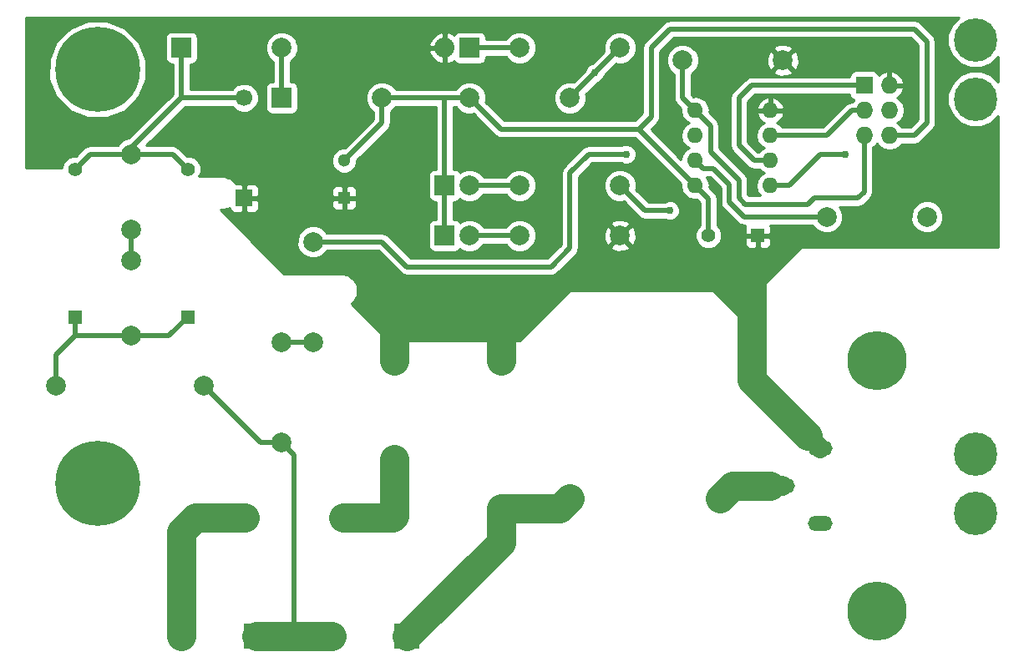
<source format=gtl>
G04 #@! TF.FileFunction,Copper,L1,Top,Signal*
%FSLAX46Y46*%
G04 Gerber Fmt 4.6, Leading zero omitted, Abs format (unit mm)*
G04 Created by KiCad (PCBNEW 4.0.5+dfsg1-4) date Wed Mar 13 23:51:39 2019*
%MOMM*%
%LPD*%
G01*
G04 APERTURE LIST*
%ADD10C,0.100000*%
%ADD11O,1.600000X1.600000*%
%ADD12C,0.750000*%
%ADD13O,2.499360X1.501140*%
%ADD14C,1.998980*%
%ADD15R,1.400000X1.400000*%
%ADD16C,1.400000*%
%ADD17R,1.300000X1.300000*%
%ADD18C,1.300000*%
%ADD19C,1.699260*%
%ADD20R,1.699260X1.699260*%
%ADD21R,1.998980X1.998980*%
%ADD22R,2.000000X2.000000*%
%ADD23C,2.000000*%
%ADD24C,2.349500*%
%ADD25R,2.540000X2.540000*%
%ADD26C,2.540000*%
%ADD27C,5.999480*%
%ADD28C,4.400000*%
%ADD29C,0.600000*%
%ADD30C,8.600000*%
%ADD31C,0.700000*%
%ADD32R,2.032000X2.032000*%
%ADD33O,2.032000X2.032000*%
%ADD34R,1.727200X1.727200*%
%ADD35O,1.727200X1.727200*%
%ADD36C,0.500000*%
%ADD37C,3.000000*%
%ADD38C,2.000000*%
%ADD39C,0.254000*%
G04 APERTURE END LIST*
D10*
D11*
X127000000Y-83820000D03*
X127000000Y-86360000D03*
X127000000Y-88900000D03*
X127000000Y-91440000D03*
X134620000Y-91440000D03*
X134620000Y-88900000D03*
X134620000Y-86360000D03*
X134620000Y-83820000D03*
D12*
X131445000Y-101600000D03*
X132715000Y-111125000D03*
X130175000Y-86360000D03*
X125730000Y-95885000D03*
X112395000Y-96520000D03*
X113030000Y-87630000D03*
X97790000Y-94615000D03*
X103505000Y-93980000D03*
X104140000Y-86995000D03*
X98425000Y-85090000D03*
X108585000Y-83820000D03*
X120650000Y-83820000D03*
X121285000Y-74930000D03*
X151765000Y-74930000D03*
X123825000Y-90805000D03*
X128905000Y-91440000D03*
X123825000Y-80010000D03*
X124460000Y-84455000D03*
X125095000Y-87630000D03*
X148590000Y-77470000D03*
X128270000Y-76835000D03*
X130175000Y-80645000D03*
X141605000Y-82550000D03*
X132715000Y-86995000D03*
X132715000Y-90805000D03*
X146050000Y-90170000D03*
X152400000Y-87630000D03*
X156210000Y-93980000D03*
X145415000Y-95885000D03*
X102235000Y-104775000D03*
X91440000Y-99695000D03*
X76200000Y-85725000D03*
X79375000Y-79375000D03*
X71755000Y-76200000D03*
X60960000Y-76200000D03*
D13*
X135890000Y-121920000D03*
X139700000Y-118110000D03*
X139700000Y-125730000D03*
D14*
X114300000Y-123190000D03*
X129540000Y-123190000D03*
D15*
X75565000Y-104775000D03*
D16*
X75565000Y-89775000D03*
D15*
X64135000Y-104775000D03*
D16*
X64135000Y-89775000D03*
D17*
X91440000Y-92710000D03*
D18*
X91440000Y-88910000D03*
D15*
X133350000Y-96520000D03*
D16*
X128350000Y-96520000D03*
D15*
X107315000Y-124220000D03*
D16*
X107315000Y-109220000D03*
D19*
X81277460Y-82549480D03*
D20*
X81277460Y-92709480D03*
D14*
X85090000Y-77467460D03*
D21*
X74930000Y-77467460D03*
D14*
X95250000Y-82547460D03*
D21*
X85090000Y-82547460D03*
D22*
X101600000Y-96520000D03*
D23*
X104140000Y-96520000D03*
D22*
X101600000Y-91440000D03*
D23*
X104140000Y-91440000D03*
D24*
X91361260Y-125095000D03*
X96359980Y-125095000D03*
X81358740Y-125095000D03*
X76360020Y-125095000D03*
D25*
X82550000Y-137160000D03*
D26*
X74930000Y-137160000D03*
D25*
X97790000Y-137160000D03*
D26*
X90170000Y-137160000D03*
D14*
X77230000Y-111760000D03*
X62230000Y-111760000D03*
X119380000Y-96520000D03*
X109220000Y-96520000D03*
X119380000Y-91440000D03*
X109220000Y-91440000D03*
X119380000Y-77470000D03*
X109220000Y-77470000D03*
X114300000Y-82550000D03*
X104140000Y-82550000D03*
X88265000Y-107315000D03*
X88265000Y-97155000D03*
X85090000Y-117475000D03*
X85090000Y-107315000D03*
X125730000Y-78740000D03*
X135890000Y-78740000D03*
X150495000Y-94615000D03*
X140335000Y-94615000D03*
D27*
X145415000Y-109220000D03*
X145415000Y-134620000D03*
D28*
X155420000Y-124660000D03*
D29*
X157070000Y-124660000D03*
X156586726Y-125826726D03*
X155420000Y-126310000D03*
X154253274Y-125826726D03*
X153770000Y-124660000D03*
X154253274Y-123493274D03*
X155420000Y-123010000D03*
X156586726Y-123493274D03*
D28*
X155420000Y-118660000D03*
D29*
X157070000Y-118660000D03*
X156586726Y-119826726D03*
X155420000Y-120310000D03*
X154253274Y-119826726D03*
X153770000Y-118660000D03*
X154253274Y-117493274D03*
X155420000Y-117010000D03*
X156586726Y-117493274D03*
D28*
X155420000Y-76660000D03*
D29*
X157070000Y-76660000D03*
X156586726Y-77826726D03*
X155420000Y-78310000D03*
X154253274Y-77826726D03*
X153770000Y-76660000D03*
X154253274Y-75493274D03*
X155420000Y-75010000D03*
X156586726Y-75493274D03*
D28*
X155420000Y-82660000D03*
D29*
X157070000Y-82660000D03*
X156586726Y-83826726D03*
X155420000Y-84310000D03*
X154253274Y-83826726D03*
X153770000Y-82660000D03*
X154253274Y-81493274D03*
X155420000Y-81010000D03*
X156586726Y-81493274D03*
D14*
X69850000Y-106680000D03*
X69850000Y-99060000D03*
X69850000Y-95885000D03*
X69850000Y-88265000D03*
D30*
X66420000Y-79660000D03*
D31*
X69645000Y-79660000D03*
X68700419Y-81940419D03*
X66420000Y-82885000D03*
X64139581Y-81940419D03*
X63195000Y-79660000D03*
X64139581Y-77379581D03*
X66420000Y-76435000D03*
X68700419Y-77379581D03*
D30*
X66420000Y-121660000D03*
D31*
X69645000Y-121660000D03*
X68700419Y-123940419D03*
X66420000Y-124885000D03*
X64139581Y-123940419D03*
X63195000Y-121660000D03*
X64139581Y-119379581D03*
X66420000Y-118435000D03*
X68700419Y-119379581D03*
D32*
X104140000Y-77470000D03*
D33*
X101600000Y-77470000D03*
D34*
X144145000Y-81280000D03*
D35*
X146685000Y-81280000D03*
X144145000Y-83820000D03*
X146685000Y-83820000D03*
X144145000Y-86360000D03*
X146685000Y-86360000D03*
D15*
X96520000Y-119220000D03*
D16*
X96520000Y-109220000D03*
D12*
X60960000Y-87630000D03*
X120015000Y-88265000D03*
X142240000Y-88265000D03*
X124460000Y-93980000D03*
X116840000Y-80010000D03*
D36*
X62230000Y-108585000D02*
X62230000Y-111760000D01*
X64135000Y-106680000D02*
X62230000Y-108585000D01*
X69850000Y-106680000D02*
X64135000Y-106680000D01*
X64135000Y-106680000D02*
X64135000Y-104775000D01*
X69850000Y-106680000D02*
X73660000Y-106680000D01*
X73660000Y-106680000D02*
X75565000Y-104775000D01*
X74930000Y-82550000D02*
X81276940Y-82550000D01*
X81276940Y-82550000D02*
X81277460Y-82549480D01*
X74930000Y-77467460D02*
X74930000Y-82550000D01*
X74930000Y-82550000D02*
X69850000Y-87630000D01*
X69850000Y-88265000D02*
X69850000Y-87630000D01*
X69850000Y-88265000D02*
X74055000Y-88265000D01*
X74055000Y-88265000D02*
X75565000Y-89775000D01*
X69850000Y-88265000D02*
X65645000Y-88265000D01*
X65645000Y-88265000D02*
X64135000Y-89775000D01*
D37*
X132715000Y-104140000D02*
X128905000Y-100330000D01*
X138430000Y-116840000D02*
X132715000Y-111125000D01*
X132715000Y-111125000D02*
X132715000Y-104140000D01*
X132715000Y-104140000D02*
X132715000Y-100330000D01*
D38*
X139700000Y-118110000D02*
X138430000Y-116840000D01*
D37*
X107315000Y-109220000D02*
X107315000Y-105410000D01*
X96520000Y-109220000D02*
X96520000Y-105410000D01*
D36*
X150495000Y-76835000D02*
X150495000Y-85090000D01*
X122555000Y-84455000D02*
X122555000Y-77470000D01*
X146685000Y-86360000D02*
X149225000Y-86360000D01*
X149225000Y-86360000D02*
X150495000Y-85090000D01*
X122555000Y-84455000D02*
X121285000Y-85725000D01*
X149225000Y-75565000D02*
X124460000Y-75565000D01*
X150495000Y-76835000D02*
X149225000Y-75565000D01*
X124460000Y-75565000D02*
X122555000Y-77470000D01*
X104140000Y-82550000D02*
X107315000Y-85725000D01*
X121285000Y-85725000D02*
X127000000Y-91440000D01*
X107315000Y-85725000D02*
X121285000Y-85725000D01*
X101600000Y-91440000D02*
X101600000Y-82547460D01*
X101600000Y-82547460D02*
X101600000Y-82550000D01*
X101600000Y-82550000D02*
X101600000Y-82547460D01*
X101600000Y-96520000D02*
X101600000Y-91440000D01*
X95250000Y-82547460D02*
X101600000Y-82547460D01*
X101600000Y-82547460D02*
X104137460Y-82547460D01*
X104137460Y-82547460D02*
X104140000Y-82550000D01*
X128350000Y-96520000D02*
X128350000Y-92790000D01*
X128350000Y-92790000D02*
X127000000Y-91440000D01*
X95250000Y-82547460D02*
X95250000Y-85100000D01*
X95250000Y-85100000D02*
X91440000Y-88910000D01*
D37*
X107315000Y-124220000D02*
X107315000Y-127635000D01*
X107315000Y-127635000D02*
X97790000Y-137160000D01*
X113270000Y-124220000D02*
X114300000Y-123190000D01*
X107315000Y-124220000D02*
X113270000Y-124220000D01*
D36*
X85090000Y-77467460D02*
X85090000Y-82547460D01*
X109220000Y-96520000D02*
X104140000Y-96520000D01*
X109220000Y-91440000D02*
X104140000Y-91440000D01*
D37*
X134620000Y-121920000D02*
X130810000Y-121920000D01*
X130810000Y-121920000D02*
X129540000Y-123190000D01*
D38*
X135890000Y-121920000D02*
X134620000Y-121920000D01*
D37*
X96520000Y-119220000D02*
X96520000Y-124934980D01*
X96520000Y-124934980D02*
X96359980Y-125095000D01*
X91361260Y-125095000D02*
X96359980Y-125095000D01*
X74930000Y-137160000D02*
X74930000Y-126525020D01*
X74930000Y-126525020D02*
X76360020Y-125095000D01*
X81358740Y-125095000D02*
X76360020Y-125095000D01*
D36*
X127000000Y-83820000D02*
X128550001Y-85370001D01*
X131445000Y-92710000D02*
X132080000Y-93345000D01*
X139065000Y-92710000D02*
X143510000Y-92710000D01*
X128550001Y-85370001D02*
X128550001Y-88005773D01*
X128550001Y-88005773D02*
X131445000Y-90900772D01*
X144145000Y-92075000D02*
X144145000Y-86360000D01*
X131445000Y-90900772D02*
X131445000Y-92710000D01*
X143510000Y-92710000D02*
X144145000Y-92075000D01*
X132080000Y-93345000D02*
X138430000Y-93345000D01*
X138430000Y-93345000D02*
X139065000Y-92710000D01*
X125730000Y-78740000D02*
X125730000Y-82550000D01*
X125730000Y-82550000D02*
X127000000Y-83820000D01*
X114300000Y-90170000D02*
X114300000Y-97790000D01*
X95250000Y-97155000D02*
X88265000Y-97155000D01*
X114300000Y-97790000D02*
X112395000Y-99695000D01*
X116205000Y-88265000D02*
X114300000Y-90170000D01*
X97790000Y-99695000D02*
X95250000Y-97155000D01*
X112395000Y-99695000D02*
X97790000Y-99695000D01*
X120015000Y-88265000D02*
X116205000Y-88265000D01*
X128830001Y-89699999D02*
X130444990Y-91314988D01*
X130444990Y-93124217D02*
X131935773Y-94615000D01*
X130444990Y-91314988D02*
X130444990Y-93124217D01*
X131935773Y-94615000D02*
X133350000Y-94615000D01*
X140335000Y-94615000D02*
X133350000Y-94615000D01*
X133350000Y-94615000D02*
X133205773Y-94615000D01*
X127000000Y-88900000D02*
X127799999Y-89699999D01*
X127799999Y-89699999D02*
X128830001Y-89699999D01*
X136525000Y-91440000D02*
X134620000Y-91440000D01*
X139700000Y-88265000D02*
X136525000Y-91440000D01*
X142240000Y-88265000D02*
X139700000Y-88265000D01*
X131445000Y-82565990D02*
X131445000Y-87390002D01*
X131445000Y-87390002D02*
X132954998Y-88900000D01*
X132954998Y-88900000D02*
X133488630Y-88900000D01*
X133488630Y-88900000D02*
X134620000Y-88900000D01*
X144145000Y-81280000D02*
X132746980Y-81280000D01*
X132746980Y-81280000D02*
X132730990Y-81264010D01*
X132730990Y-81264010D02*
X131445000Y-82550000D01*
X119380000Y-91440000D02*
X121920000Y-93980000D01*
X121920000Y-93980000D02*
X124460000Y-93980000D01*
X140335000Y-86360000D02*
X134620000Y-86360000D01*
X142875000Y-83820000D02*
X140335000Y-86360000D01*
X144145000Y-83820000D02*
X142875000Y-83820000D01*
X119380000Y-77470000D02*
X116840000Y-80010000D01*
X116840000Y-80010000D02*
X114300000Y-82550000D01*
X85090000Y-117475000D02*
X82945000Y-117475000D01*
X82945000Y-117475000D02*
X77230000Y-111760000D01*
X86360000Y-137160000D02*
X86360000Y-118745000D01*
X86360000Y-118745000D02*
X85090000Y-117475000D01*
D37*
X82550000Y-137160000D02*
X86360000Y-137160000D01*
X86360000Y-137160000D02*
X90170000Y-137160000D01*
D36*
X104140000Y-77470000D02*
X109220000Y-77470000D01*
X69850000Y-95885000D02*
X69850000Y-99060000D01*
X85090000Y-107315000D02*
X88265000Y-107315000D01*
D39*
G36*
X153018005Y-75052005D02*
X152585493Y-76093610D01*
X152584509Y-77221442D01*
X153015202Y-78263801D01*
X153812005Y-79061995D01*
X154853610Y-79494507D01*
X155981442Y-79495491D01*
X157023801Y-79064798D01*
X157710000Y-78379795D01*
X157710000Y-80941201D01*
X157027995Y-80258005D01*
X155986390Y-79825493D01*
X154858558Y-79824509D01*
X153816199Y-80255202D01*
X153018005Y-81052005D01*
X152585493Y-82093610D01*
X152584509Y-83221442D01*
X153015202Y-84263801D01*
X153812005Y-85061995D01*
X154853610Y-85494507D01*
X155981442Y-85495491D01*
X157023801Y-85064798D01*
X157710000Y-84379795D01*
X157710000Y-97663000D01*
X137795000Y-97663000D01*
X137747211Y-97672334D01*
X137705197Y-97700197D01*
X133297394Y-102108000D01*
X114300000Y-102108000D01*
X114252211Y-102117334D01*
X114210197Y-102145197D01*
X109167394Y-107188000D01*
X95937606Y-107188000D01*
X92169896Y-103420290D01*
X92211561Y-103392451D01*
X92265986Y-103338026D01*
X92407451Y-103196562D01*
X92624223Y-102872138D01*
X92691778Y-102709046D01*
X92730238Y-102616196D01*
X92806358Y-102233514D01*
X92806358Y-101956486D01*
X92730238Y-101573804D01*
X92668136Y-101423877D01*
X92624223Y-101317862D01*
X92407451Y-100993438D01*
X92211562Y-100797550D01*
X92211561Y-100797549D01*
X91887138Y-100580776D01*
X91703368Y-100504657D01*
X91631196Y-100474762D01*
X91248513Y-100398642D01*
X91178584Y-100398642D01*
X91110000Y-100385000D01*
X85324606Y-100385000D01*
X82418300Y-97478694D01*
X86630226Y-97478694D01*
X86878538Y-98079655D01*
X87337927Y-98539846D01*
X87938453Y-98789206D01*
X88588694Y-98789774D01*
X89189655Y-98541462D01*
X89649846Y-98082073D01*
X89667316Y-98040000D01*
X94883420Y-98040000D01*
X97164208Y-100320787D01*
X97164210Y-100320790D01*
X97451325Y-100512633D01*
X97790000Y-100580000D01*
X112394995Y-100580000D01*
X112395000Y-100580001D01*
X112677484Y-100523810D01*
X112733675Y-100512633D01*
X113020790Y-100320790D01*
X113020791Y-100320789D01*
X114925787Y-98415792D01*
X114925790Y-98415790D01*
X115117633Y-98128675D01*
X115155369Y-97938965D01*
X115185001Y-97790000D01*
X115185000Y-97789995D01*
X115185000Y-97672163D01*
X118407443Y-97672163D01*
X118506042Y-97938965D01*
X119115582Y-98165401D01*
X119765377Y-98141341D01*
X120253958Y-97938965D01*
X120352557Y-97672163D01*
X119380000Y-96699605D01*
X118407443Y-97672163D01*
X115185000Y-97672163D01*
X115185000Y-96255582D01*
X117734599Y-96255582D01*
X117758659Y-96905377D01*
X117961035Y-97393958D01*
X118227837Y-97492557D01*
X119200395Y-96520000D01*
X119559605Y-96520000D01*
X120532163Y-97492557D01*
X120798965Y-97393958D01*
X121025401Y-96784418D01*
X121001341Y-96134623D01*
X120798965Y-95646042D01*
X120532163Y-95547443D01*
X119559605Y-96520000D01*
X119200395Y-96520000D01*
X118227837Y-95547443D01*
X117961035Y-95646042D01*
X117734599Y-96255582D01*
X115185000Y-96255582D01*
X115185000Y-95367837D01*
X118407443Y-95367837D01*
X119380000Y-96340395D01*
X120352557Y-95367837D01*
X120253958Y-95101035D01*
X119644418Y-94874599D01*
X118994623Y-94898659D01*
X118506042Y-95101035D01*
X118407443Y-95367837D01*
X115185000Y-95367837D01*
X115185000Y-91763694D01*
X117745226Y-91763694D01*
X117993538Y-92364655D01*
X118452927Y-92824846D01*
X119053453Y-93074206D01*
X119703694Y-93074774D01*
X119745798Y-93057377D01*
X121294208Y-94605787D01*
X121294210Y-94605790D01*
X121581325Y-94797633D01*
X121920000Y-94865000D01*
X123957607Y-94865000D01*
X124258217Y-94989824D01*
X124660020Y-94990175D01*
X125031372Y-94836736D01*
X125315737Y-94552866D01*
X125469824Y-94181783D01*
X125470175Y-93779980D01*
X125316736Y-93408628D01*
X125032866Y-93124263D01*
X124661783Y-92970176D01*
X124259980Y-92969825D01*
X123957032Y-93095000D01*
X122286579Y-93095000D01*
X120997752Y-91806172D01*
X121014206Y-91766547D01*
X121014774Y-91116306D01*
X120766462Y-90515345D01*
X120307073Y-90055154D01*
X119706547Y-89805794D01*
X119056306Y-89805226D01*
X118455345Y-90053538D01*
X117995154Y-90512927D01*
X117745794Y-91113453D01*
X117745226Y-91763694D01*
X115185000Y-91763694D01*
X115185000Y-90536580D01*
X116571579Y-89150000D01*
X119512607Y-89150000D01*
X119813217Y-89274824D01*
X120215020Y-89275175D01*
X120586372Y-89121736D01*
X120870737Y-88837866D01*
X121024824Y-88466783D01*
X121025175Y-88064980D01*
X120871736Y-87693628D01*
X120587866Y-87409263D01*
X120216783Y-87255176D01*
X119814980Y-87254825D01*
X119512032Y-87380000D01*
X116205005Y-87380000D01*
X116205000Y-87379999D01*
X115922516Y-87436190D01*
X115866325Y-87447367D01*
X115579210Y-87639210D01*
X115579208Y-87639213D01*
X113674210Y-89544210D01*
X113482367Y-89831325D01*
X113479932Y-89843569D01*
X113414999Y-90170000D01*
X113415000Y-90170005D01*
X113415000Y-97423421D01*
X112028420Y-98810000D01*
X98156579Y-98810000D01*
X95875790Y-96529210D01*
X95862006Y-96520000D01*
X95588675Y-96337367D01*
X95532484Y-96326190D01*
X95250000Y-96269999D01*
X95249995Y-96270000D01*
X89667847Y-96270000D01*
X89651462Y-96230345D01*
X89192073Y-95770154D01*
X88591547Y-95520794D01*
X87941306Y-95520226D01*
X87340345Y-95768538D01*
X86880154Y-96227927D01*
X86630794Y-96828453D01*
X86630226Y-97478694D01*
X82418300Y-97478694D01*
X78854606Y-93915000D01*
X79030000Y-93915000D01*
X79098584Y-93901358D01*
X79168513Y-93901358D01*
X79551196Y-93825238D01*
X79660458Y-93779980D01*
X79806877Y-93719332D01*
X79889503Y-93918808D01*
X80068131Y-94097437D01*
X80301520Y-94194110D01*
X80991710Y-94194110D01*
X81150460Y-94035360D01*
X81150460Y-92836480D01*
X81404460Y-92836480D01*
X81404460Y-94035360D01*
X81563210Y-94194110D01*
X82253400Y-94194110D01*
X82486789Y-94097437D01*
X82665417Y-93918808D01*
X82762090Y-93685419D01*
X82762090Y-92995750D01*
X90155000Y-92995750D01*
X90155000Y-93486309D01*
X90251673Y-93719698D01*
X90430301Y-93898327D01*
X90663690Y-93995000D01*
X91154250Y-93995000D01*
X91313000Y-93836250D01*
X91313000Y-92837000D01*
X91567000Y-92837000D01*
X91567000Y-93836250D01*
X91725750Y-93995000D01*
X92216310Y-93995000D01*
X92449699Y-93898327D01*
X92628327Y-93719698D01*
X92725000Y-93486309D01*
X92725000Y-92995750D01*
X92566250Y-92837000D01*
X91567000Y-92837000D01*
X91313000Y-92837000D01*
X90313750Y-92837000D01*
X90155000Y-92995750D01*
X82762090Y-92995750D01*
X82762090Y-92995230D01*
X82603340Y-92836480D01*
X81404460Y-92836480D01*
X81150460Y-92836480D01*
X81130460Y-92836480D01*
X81130460Y-92582480D01*
X81150460Y-92582480D01*
X81150460Y-91383600D01*
X81404460Y-91383600D01*
X81404460Y-92582480D01*
X82603340Y-92582480D01*
X82762090Y-92423730D01*
X82762090Y-91933691D01*
X90155000Y-91933691D01*
X90155000Y-92424250D01*
X90313750Y-92583000D01*
X91313000Y-92583000D01*
X91313000Y-91583750D01*
X91567000Y-91583750D01*
X91567000Y-92583000D01*
X92566250Y-92583000D01*
X92725000Y-92424250D01*
X92725000Y-91933691D01*
X92628327Y-91700302D01*
X92449699Y-91521673D01*
X92216310Y-91425000D01*
X91725750Y-91425000D01*
X91567000Y-91583750D01*
X91313000Y-91583750D01*
X91154250Y-91425000D01*
X90663690Y-91425000D01*
X90430301Y-91521673D01*
X90251673Y-91700302D01*
X90155000Y-91933691D01*
X82762090Y-91933691D01*
X82762090Y-91733541D01*
X82665417Y-91500152D01*
X82486789Y-91321523D01*
X82253400Y-91224850D01*
X81563210Y-91224850D01*
X81404460Y-91383600D01*
X81150460Y-91383600D01*
X80991710Y-91224850D01*
X80408575Y-91224850D01*
X80327451Y-91103438D01*
X80131562Y-90907550D01*
X80131561Y-90907549D01*
X79807138Y-90690776D01*
X79623368Y-90614657D01*
X79551196Y-90584762D01*
X79168513Y-90508642D01*
X79098584Y-90508642D01*
X79030000Y-90495000D01*
X76711546Y-90495000D01*
X76899768Y-90041713D01*
X76900231Y-89510617D01*
X76757211Y-89164481D01*
X90154777Y-89164481D01*
X90349995Y-89636943D01*
X90711155Y-89998735D01*
X91183276Y-90194777D01*
X91694481Y-90195223D01*
X92166943Y-90000005D01*
X92528735Y-89638845D01*
X92724777Y-89166724D01*
X92725030Y-88876550D01*
X95875787Y-85725792D01*
X95875790Y-85725790D01*
X96067633Y-85438675D01*
X96100661Y-85272633D01*
X96135001Y-85100000D01*
X96135000Y-85099995D01*
X96135000Y-83950307D01*
X96174655Y-83933922D01*
X96634846Y-83474533D01*
X96652316Y-83432460D01*
X100715000Y-83432460D01*
X100715000Y-89792560D01*
X100600000Y-89792560D01*
X100364683Y-89836838D01*
X100148559Y-89975910D01*
X100003569Y-90188110D01*
X99952560Y-90440000D01*
X99952560Y-92440000D01*
X99996838Y-92675317D01*
X100135910Y-92891441D01*
X100348110Y-93036431D01*
X100600000Y-93087440D01*
X100715000Y-93087440D01*
X100715000Y-94872560D01*
X100600000Y-94872560D01*
X100364683Y-94916838D01*
X100148559Y-95055910D01*
X100003569Y-95268110D01*
X99952560Y-95520000D01*
X99952560Y-97520000D01*
X99996838Y-97755317D01*
X100135910Y-97971441D01*
X100348110Y-98116431D01*
X100600000Y-98167440D01*
X102600000Y-98167440D01*
X102835317Y-98123162D01*
X103051441Y-97984090D01*
X103148910Y-97841439D01*
X103212637Y-97905278D01*
X103813352Y-98154716D01*
X104463795Y-98155284D01*
X105064943Y-97906894D01*
X105525278Y-97447363D01*
X105542869Y-97405000D01*
X107817153Y-97405000D01*
X107833538Y-97444655D01*
X108292927Y-97904846D01*
X108893453Y-98154206D01*
X109543694Y-98154774D01*
X110144655Y-97906462D01*
X110604846Y-97447073D01*
X110854206Y-96846547D01*
X110854774Y-96196306D01*
X110606462Y-95595345D01*
X110147073Y-95135154D01*
X109546547Y-94885794D01*
X108896306Y-94885226D01*
X108295345Y-95133538D01*
X107835154Y-95592927D01*
X107817684Y-95635000D01*
X105543398Y-95635000D01*
X105526894Y-95595057D01*
X105067363Y-95134722D01*
X104466648Y-94885284D01*
X103816205Y-94884716D01*
X103215057Y-95133106D01*
X103148426Y-95199621D01*
X103064090Y-95068559D01*
X102851890Y-94923569D01*
X102600000Y-94872560D01*
X102485000Y-94872560D01*
X102485000Y-93087440D01*
X102600000Y-93087440D01*
X102835317Y-93043162D01*
X103051441Y-92904090D01*
X103148910Y-92761439D01*
X103212637Y-92825278D01*
X103813352Y-93074716D01*
X104463795Y-93075284D01*
X105064943Y-92826894D01*
X105525278Y-92367363D01*
X105542869Y-92325000D01*
X107817153Y-92325000D01*
X107833538Y-92364655D01*
X108292927Y-92824846D01*
X108893453Y-93074206D01*
X109543694Y-93074774D01*
X110144655Y-92826462D01*
X110604846Y-92367073D01*
X110854206Y-91766547D01*
X110854774Y-91116306D01*
X110606462Y-90515345D01*
X110147073Y-90055154D01*
X109546547Y-89805794D01*
X108896306Y-89805226D01*
X108295345Y-90053538D01*
X107835154Y-90512927D01*
X107817684Y-90555000D01*
X105543398Y-90555000D01*
X105526894Y-90515057D01*
X105067363Y-90054722D01*
X104466648Y-89805284D01*
X103816205Y-89804716D01*
X103215057Y-90053106D01*
X103148426Y-90119621D01*
X103064090Y-89988559D01*
X102851890Y-89843569D01*
X102600000Y-89792560D01*
X102485000Y-89792560D01*
X102485000Y-83432460D01*
X102736103Y-83432460D01*
X102753538Y-83474655D01*
X103212927Y-83934846D01*
X103813453Y-84184206D01*
X104463694Y-84184774D01*
X104505798Y-84167377D01*
X106689208Y-86350787D01*
X106689210Y-86350790D01*
X106976325Y-86542633D01*
X107032516Y-86553810D01*
X107315000Y-86610001D01*
X107315005Y-86610000D01*
X120918420Y-86610000D01*
X125571983Y-91263562D01*
X125536887Y-91440000D01*
X125646120Y-91989151D01*
X125957189Y-92454698D01*
X126422736Y-92765767D01*
X126971887Y-92875000D01*
X127028113Y-92875000D01*
X127157653Y-92849233D01*
X127465000Y-93156579D01*
X127465000Y-95517127D01*
X127218902Y-95762796D01*
X127015232Y-96253287D01*
X127014769Y-96784383D01*
X127217582Y-97275229D01*
X127592796Y-97651098D01*
X128083287Y-97854768D01*
X128614383Y-97855231D01*
X129105229Y-97652418D01*
X129481098Y-97277204D01*
X129676863Y-96805750D01*
X132015000Y-96805750D01*
X132015000Y-97346310D01*
X132111673Y-97579699D01*
X132290302Y-97758327D01*
X132523691Y-97855000D01*
X133064250Y-97855000D01*
X133223000Y-97696250D01*
X133223000Y-96647000D01*
X133477000Y-96647000D01*
X133477000Y-97696250D01*
X133635750Y-97855000D01*
X134176309Y-97855000D01*
X134409698Y-97758327D01*
X134588327Y-97579699D01*
X134685000Y-97346310D01*
X134685000Y-96805750D01*
X134526250Y-96647000D01*
X133477000Y-96647000D01*
X133223000Y-96647000D01*
X132173750Y-96647000D01*
X132015000Y-96805750D01*
X129676863Y-96805750D01*
X129684768Y-96786713D01*
X129685231Y-96255617D01*
X129482418Y-95764771D01*
X129235000Y-95516921D01*
X129235000Y-92790000D01*
X129167633Y-92451325D01*
X128975790Y-92164210D01*
X128975787Y-92164208D01*
X128428017Y-91616438D01*
X128463113Y-91440000D01*
X128353880Y-90890849D01*
X128149517Y-90584999D01*
X128463421Y-90584999D01*
X129559990Y-91681567D01*
X129559990Y-93124212D01*
X129559989Y-93124217D01*
X129605739Y-93354210D01*
X129627357Y-93462892D01*
X129769082Y-93675000D01*
X129819200Y-93750007D01*
X131309981Y-95240787D01*
X131309983Y-95240790D01*
X131500123Y-95367837D01*
X131597099Y-95432634D01*
X131935773Y-95500001D01*
X131935778Y-95500000D01*
X132095229Y-95500000D01*
X132015000Y-95693690D01*
X132015000Y-96234250D01*
X132173750Y-96393000D01*
X133223000Y-96393000D01*
X133223000Y-96373000D01*
X133477000Y-96373000D01*
X133477000Y-96393000D01*
X134526250Y-96393000D01*
X134685000Y-96234250D01*
X134685000Y-95693690D01*
X134604771Y-95500000D01*
X138932153Y-95500000D01*
X138948538Y-95539655D01*
X139407927Y-95999846D01*
X140008453Y-96249206D01*
X140658694Y-96249774D01*
X141259655Y-96001462D01*
X141719846Y-95542073D01*
X141969206Y-94941547D01*
X141969208Y-94938694D01*
X148860226Y-94938694D01*
X149108538Y-95539655D01*
X149567927Y-95999846D01*
X150168453Y-96249206D01*
X150818694Y-96249774D01*
X151419655Y-96001462D01*
X151879846Y-95542073D01*
X152129206Y-94941547D01*
X152129774Y-94291306D01*
X151881462Y-93690345D01*
X151422073Y-93230154D01*
X150821547Y-92980794D01*
X150171306Y-92980226D01*
X149570345Y-93228538D01*
X149110154Y-93687927D01*
X148860794Y-94288453D01*
X148860226Y-94938694D01*
X141969208Y-94938694D01*
X141969774Y-94291306D01*
X141721462Y-93690345D01*
X141626283Y-93595000D01*
X143509995Y-93595000D01*
X143510000Y-93595001D01*
X143792484Y-93538810D01*
X143848675Y-93527633D01*
X144135790Y-93335790D01*
X144135791Y-93335789D01*
X144770787Y-92700792D01*
X144770790Y-92700790D01*
X144931680Y-92460000D01*
X144962634Y-92413674D01*
X145030001Y-92075000D01*
X145030000Y-92074995D01*
X145030000Y-87555998D01*
X145234029Y-87419670D01*
X145415000Y-87148828D01*
X145595971Y-87419670D01*
X146082152Y-87744526D01*
X146655641Y-87858600D01*
X146714359Y-87858600D01*
X147287848Y-87744526D01*
X147774029Y-87419670D01*
X147890740Y-87245000D01*
X149224995Y-87245000D01*
X149225000Y-87245001D01*
X149510853Y-87188140D01*
X149563675Y-87177633D01*
X149850790Y-86985790D01*
X151120787Y-85715792D01*
X151120790Y-85715790D01*
X151312633Y-85428675D01*
X151330272Y-85340000D01*
X151380001Y-85090000D01*
X151380000Y-85089995D01*
X151380000Y-76835005D01*
X151380001Y-76835000D01*
X151312633Y-76496325D01*
X151293687Y-76467970D01*
X151120790Y-76209210D01*
X151120787Y-76209208D01*
X149850790Y-74939210D01*
X149563675Y-74747367D01*
X149455548Y-74725859D01*
X149225000Y-74679999D01*
X149224995Y-74680000D01*
X124460005Y-74680000D01*
X124460000Y-74679999D01*
X124229452Y-74725859D01*
X124121325Y-74747367D01*
X123834210Y-74939210D01*
X123834208Y-74939213D01*
X121929210Y-76844210D01*
X121737367Y-77131325D01*
X121737367Y-77131326D01*
X121669999Y-77470000D01*
X121670000Y-77470005D01*
X121670000Y-84088421D01*
X120918420Y-84840000D01*
X107681579Y-84840000D01*
X105757752Y-82916172D01*
X105774206Y-82876547D01*
X105774208Y-82873694D01*
X112665226Y-82873694D01*
X112913538Y-83474655D01*
X113372927Y-83934846D01*
X113973453Y-84184206D01*
X114623694Y-84184774D01*
X115224655Y-83936462D01*
X115684846Y-83477073D01*
X115934206Y-82876547D01*
X115934774Y-82226306D01*
X115917377Y-82184202D01*
X117110544Y-80991035D01*
X117411372Y-80866736D01*
X117695737Y-80582866D01*
X117821440Y-80280140D01*
X119013827Y-79087752D01*
X119053453Y-79104206D01*
X119703694Y-79104774D01*
X120304655Y-78856462D01*
X120764846Y-78397073D01*
X121014206Y-77796547D01*
X121014774Y-77146306D01*
X120766462Y-76545345D01*
X120307073Y-76085154D01*
X119706547Y-75835794D01*
X119056306Y-75835226D01*
X118455345Y-76083538D01*
X117995154Y-76542927D01*
X117745794Y-77143453D01*
X117745226Y-77793694D01*
X117762623Y-77835798D01*
X116569455Y-79028965D01*
X116268628Y-79153264D01*
X115984263Y-79437134D01*
X115858560Y-79739861D01*
X114666172Y-80932248D01*
X114626547Y-80915794D01*
X113976306Y-80915226D01*
X113375345Y-81163538D01*
X112915154Y-81622927D01*
X112665794Y-82223453D01*
X112665226Y-82873694D01*
X105774208Y-82873694D01*
X105774774Y-82226306D01*
X105526462Y-81625345D01*
X105067073Y-81165154D01*
X104466547Y-80915794D01*
X103816306Y-80915226D01*
X103215345Y-81163538D01*
X102755154Y-81622927D01*
X102738738Y-81662460D01*
X96652847Y-81662460D01*
X96636462Y-81622805D01*
X96177073Y-81162614D01*
X95576547Y-80913254D01*
X94926306Y-80912686D01*
X94325345Y-81160998D01*
X93865154Y-81620387D01*
X93615794Y-82220913D01*
X93615226Y-82871154D01*
X93863538Y-83472115D01*
X94322927Y-83932306D01*
X94365000Y-83949776D01*
X94365000Y-84733421D01*
X91473392Y-87625028D01*
X91185519Y-87624777D01*
X90713057Y-87819995D01*
X90351265Y-88181155D01*
X90155223Y-88653276D01*
X90154777Y-89164481D01*
X76757211Y-89164481D01*
X76697418Y-89019771D01*
X76322204Y-88643902D01*
X75831713Y-88440232D01*
X75481506Y-88439927D01*
X74680790Y-87639210D01*
X74583544Y-87574233D01*
X74393675Y-87447367D01*
X74337484Y-87436190D01*
X74055000Y-87379999D01*
X74054995Y-87380000D01*
X71351580Y-87380000D01*
X75296579Y-83435000D01*
X80063681Y-83435000D01*
X80435386Y-83807354D01*
X80980853Y-84033852D01*
X81571476Y-84034368D01*
X82117337Y-83808822D01*
X82535334Y-83391554D01*
X82761832Y-82846087D01*
X82762348Y-82255464D01*
X82536802Y-81709603D01*
X82375451Y-81547970D01*
X83443070Y-81547970D01*
X83443070Y-83546950D01*
X83487348Y-83782267D01*
X83626420Y-83998391D01*
X83838620Y-84143381D01*
X84090510Y-84194390D01*
X86089490Y-84194390D01*
X86324807Y-84150112D01*
X86540931Y-84011040D01*
X86685921Y-83798840D01*
X86736930Y-83546950D01*
X86736930Y-81547970D01*
X86692652Y-81312653D01*
X86553580Y-81096529D01*
X86341380Y-80951539D01*
X86089490Y-80900530D01*
X85975000Y-80900530D01*
X85975000Y-78870307D01*
X86014655Y-78853922D01*
X86474846Y-78394533D01*
X86699732Y-77852946D01*
X99994017Y-77852946D01*
X100262812Y-78438379D01*
X100735182Y-78876385D01*
X101217056Y-79075975D01*
X101473000Y-78956836D01*
X101473000Y-77597000D01*
X100112633Y-77597000D01*
X99994017Y-77852946D01*
X86699732Y-77852946D01*
X86724206Y-77794007D01*
X86724774Y-77143766D01*
X86701342Y-77087054D01*
X99994017Y-77087054D01*
X100112633Y-77343000D01*
X101473000Y-77343000D01*
X101473000Y-75983164D01*
X101727000Y-75983164D01*
X101727000Y-77343000D01*
X101747000Y-77343000D01*
X101747000Y-77597000D01*
X101727000Y-77597000D01*
X101727000Y-78956836D01*
X101982944Y-79075975D01*
X102464818Y-78876385D01*
X102562398Y-78785903D01*
X102659910Y-78937441D01*
X102872110Y-79082431D01*
X103124000Y-79133440D01*
X105156000Y-79133440D01*
X105391317Y-79089162D01*
X105607441Y-78950090D01*
X105752431Y-78737890D01*
X105803440Y-78486000D01*
X105803440Y-78355000D01*
X107817153Y-78355000D01*
X107833538Y-78394655D01*
X108292927Y-78854846D01*
X108893453Y-79104206D01*
X109543694Y-79104774D01*
X110144655Y-78856462D01*
X110604846Y-78397073D01*
X110854206Y-77796547D01*
X110854774Y-77146306D01*
X110606462Y-76545345D01*
X110147073Y-76085154D01*
X109546547Y-75835794D01*
X108896306Y-75835226D01*
X108295345Y-76083538D01*
X107835154Y-76542927D01*
X107817684Y-76585000D01*
X105803440Y-76585000D01*
X105803440Y-76454000D01*
X105759162Y-76218683D01*
X105620090Y-76002559D01*
X105407890Y-75857569D01*
X105156000Y-75806560D01*
X103124000Y-75806560D01*
X102888683Y-75850838D01*
X102672559Y-75989910D01*
X102561160Y-76152948D01*
X102464818Y-76063615D01*
X101982944Y-75864025D01*
X101727000Y-75983164D01*
X101473000Y-75983164D01*
X101217056Y-75864025D01*
X100735182Y-76063615D01*
X100262812Y-76501621D01*
X99994017Y-77087054D01*
X86701342Y-77087054D01*
X86476462Y-76542805D01*
X86017073Y-76082614D01*
X85416547Y-75833254D01*
X84766306Y-75832686D01*
X84165345Y-76080998D01*
X83705154Y-76540387D01*
X83455794Y-77140913D01*
X83455226Y-77791154D01*
X83703538Y-78392115D01*
X84162927Y-78852306D01*
X84205000Y-78869776D01*
X84205000Y-80900530D01*
X84090510Y-80900530D01*
X83855193Y-80944808D01*
X83639069Y-81083880D01*
X83494079Y-81296080D01*
X83443070Y-81547970D01*
X82375451Y-81547970D01*
X82119534Y-81291606D01*
X81574067Y-81065108D01*
X80983444Y-81064592D01*
X80437583Y-81290138D01*
X80062066Y-81665000D01*
X75815000Y-81665000D01*
X75815000Y-79114390D01*
X75929490Y-79114390D01*
X76164807Y-79070112D01*
X76380931Y-78931040D01*
X76525921Y-78718840D01*
X76576930Y-78466950D01*
X76576930Y-76467970D01*
X76532652Y-76232653D01*
X76393580Y-76016529D01*
X76181380Y-75871539D01*
X75929490Y-75820530D01*
X73930510Y-75820530D01*
X73695193Y-75864808D01*
X73479069Y-76003880D01*
X73334079Y-76216080D01*
X73283070Y-76467970D01*
X73283070Y-78466950D01*
X73327348Y-78702267D01*
X73466420Y-78918391D01*
X73678620Y-79063381D01*
X73930510Y-79114390D01*
X74045000Y-79114390D01*
X74045000Y-82183421D01*
X69598131Y-86630289D01*
X69526306Y-86630226D01*
X68925345Y-86878538D01*
X68465154Y-87337927D01*
X68447684Y-87380000D01*
X65645000Y-87380000D01*
X65306325Y-87447367D01*
X65019210Y-87639210D01*
X65019208Y-87639213D01*
X64218348Y-88440072D01*
X63870617Y-88439769D01*
X63379771Y-88642582D01*
X63003902Y-89017796D01*
X62800232Y-89508287D01*
X62800098Y-89662000D01*
X59130000Y-89662000D01*
X59130000Y-80637325D01*
X61484146Y-80637325D01*
X62233871Y-82451801D01*
X63620897Y-83841250D01*
X65434061Y-84594141D01*
X67397325Y-84595854D01*
X69211801Y-83846129D01*
X70601250Y-82459103D01*
X71354141Y-80645939D01*
X71355854Y-78682675D01*
X70606129Y-76868199D01*
X69219103Y-75478750D01*
X67405939Y-74725859D01*
X65442675Y-74724146D01*
X63628199Y-75473871D01*
X62238750Y-76860897D01*
X61485859Y-78674061D01*
X61484146Y-80637325D01*
X59130000Y-80637325D01*
X59130000Y-74370000D01*
X153701201Y-74370000D01*
X153018005Y-75052005D01*
X153018005Y-75052005D01*
G37*
X153018005Y-75052005D02*
X152585493Y-76093610D01*
X152584509Y-77221442D01*
X153015202Y-78263801D01*
X153812005Y-79061995D01*
X154853610Y-79494507D01*
X155981442Y-79495491D01*
X157023801Y-79064798D01*
X157710000Y-78379795D01*
X157710000Y-80941201D01*
X157027995Y-80258005D01*
X155986390Y-79825493D01*
X154858558Y-79824509D01*
X153816199Y-80255202D01*
X153018005Y-81052005D01*
X152585493Y-82093610D01*
X152584509Y-83221442D01*
X153015202Y-84263801D01*
X153812005Y-85061995D01*
X154853610Y-85494507D01*
X155981442Y-85495491D01*
X157023801Y-85064798D01*
X157710000Y-84379795D01*
X157710000Y-97663000D01*
X137795000Y-97663000D01*
X137747211Y-97672334D01*
X137705197Y-97700197D01*
X133297394Y-102108000D01*
X114300000Y-102108000D01*
X114252211Y-102117334D01*
X114210197Y-102145197D01*
X109167394Y-107188000D01*
X95937606Y-107188000D01*
X92169896Y-103420290D01*
X92211561Y-103392451D01*
X92265986Y-103338026D01*
X92407451Y-103196562D01*
X92624223Y-102872138D01*
X92691778Y-102709046D01*
X92730238Y-102616196D01*
X92806358Y-102233514D01*
X92806358Y-101956486D01*
X92730238Y-101573804D01*
X92668136Y-101423877D01*
X92624223Y-101317862D01*
X92407451Y-100993438D01*
X92211562Y-100797550D01*
X92211561Y-100797549D01*
X91887138Y-100580776D01*
X91703368Y-100504657D01*
X91631196Y-100474762D01*
X91248513Y-100398642D01*
X91178584Y-100398642D01*
X91110000Y-100385000D01*
X85324606Y-100385000D01*
X82418300Y-97478694D01*
X86630226Y-97478694D01*
X86878538Y-98079655D01*
X87337927Y-98539846D01*
X87938453Y-98789206D01*
X88588694Y-98789774D01*
X89189655Y-98541462D01*
X89649846Y-98082073D01*
X89667316Y-98040000D01*
X94883420Y-98040000D01*
X97164208Y-100320787D01*
X97164210Y-100320790D01*
X97451325Y-100512633D01*
X97790000Y-100580000D01*
X112394995Y-100580000D01*
X112395000Y-100580001D01*
X112677484Y-100523810D01*
X112733675Y-100512633D01*
X113020790Y-100320790D01*
X113020791Y-100320789D01*
X114925787Y-98415792D01*
X114925790Y-98415790D01*
X115117633Y-98128675D01*
X115155369Y-97938965D01*
X115185001Y-97790000D01*
X115185000Y-97789995D01*
X115185000Y-97672163D01*
X118407443Y-97672163D01*
X118506042Y-97938965D01*
X119115582Y-98165401D01*
X119765377Y-98141341D01*
X120253958Y-97938965D01*
X120352557Y-97672163D01*
X119380000Y-96699605D01*
X118407443Y-97672163D01*
X115185000Y-97672163D01*
X115185000Y-96255582D01*
X117734599Y-96255582D01*
X117758659Y-96905377D01*
X117961035Y-97393958D01*
X118227837Y-97492557D01*
X119200395Y-96520000D01*
X119559605Y-96520000D01*
X120532163Y-97492557D01*
X120798965Y-97393958D01*
X121025401Y-96784418D01*
X121001341Y-96134623D01*
X120798965Y-95646042D01*
X120532163Y-95547443D01*
X119559605Y-96520000D01*
X119200395Y-96520000D01*
X118227837Y-95547443D01*
X117961035Y-95646042D01*
X117734599Y-96255582D01*
X115185000Y-96255582D01*
X115185000Y-95367837D01*
X118407443Y-95367837D01*
X119380000Y-96340395D01*
X120352557Y-95367837D01*
X120253958Y-95101035D01*
X119644418Y-94874599D01*
X118994623Y-94898659D01*
X118506042Y-95101035D01*
X118407443Y-95367837D01*
X115185000Y-95367837D01*
X115185000Y-91763694D01*
X117745226Y-91763694D01*
X117993538Y-92364655D01*
X118452927Y-92824846D01*
X119053453Y-93074206D01*
X119703694Y-93074774D01*
X119745798Y-93057377D01*
X121294208Y-94605787D01*
X121294210Y-94605790D01*
X121581325Y-94797633D01*
X121920000Y-94865000D01*
X123957607Y-94865000D01*
X124258217Y-94989824D01*
X124660020Y-94990175D01*
X125031372Y-94836736D01*
X125315737Y-94552866D01*
X125469824Y-94181783D01*
X125470175Y-93779980D01*
X125316736Y-93408628D01*
X125032866Y-93124263D01*
X124661783Y-92970176D01*
X124259980Y-92969825D01*
X123957032Y-93095000D01*
X122286579Y-93095000D01*
X120997752Y-91806172D01*
X121014206Y-91766547D01*
X121014774Y-91116306D01*
X120766462Y-90515345D01*
X120307073Y-90055154D01*
X119706547Y-89805794D01*
X119056306Y-89805226D01*
X118455345Y-90053538D01*
X117995154Y-90512927D01*
X117745794Y-91113453D01*
X117745226Y-91763694D01*
X115185000Y-91763694D01*
X115185000Y-90536580D01*
X116571579Y-89150000D01*
X119512607Y-89150000D01*
X119813217Y-89274824D01*
X120215020Y-89275175D01*
X120586372Y-89121736D01*
X120870737Y-88837866D01*
X121024824Y-88466783D01*
X121025175Y-88064980D01*
X120871736Y-87693628D01*
X120587866Y-87409263D01*
X120216783Y-87255176D01*
X119814980Y-87254825D01*
X119512032Y-87380000D01*
X116205005Y-87380000D01*
X116205000Y-87379999D01*
X115922516Y-87436190D01*
X115866325Y-87447367D01*
X115579210Y-87639210D01*
X115579208Y-87639213D01*
X113674210Y-89544210D01*
X113482367Y-89831325D01*
X113479932Y-89843569D01*
X113414999Y-90170000D01*
X113415000Y-90170005D01*
X113415000Y-97423421D01*
X112028420Y-98810000D01*
X98156579Y-98810000D01*
X95875790Y-96529210D01*
X95862006Y-96520000D01*
X95588675Y-96337367D01*
X95532484Y-96326190D01*
X95250000Y-96269999D01*
X95249995Y-96270000D01*
X89667847Y-96270000D01*
X89651462Y-96230345D01*
X89192073Y-95770154D01*
X88591547Y-95520794D01*
X87941306Y-95520226D01*
X87340345Y-95768538D01*
X86880154Y-96227927D01*
X86630794Y-96828453D01*
X86630226Y-97478694D01*
X82418300Y-97478694D01*
X78854606Y-93915000D01*
X79030000Y-93915000D01*
X79098584Y-93901358D01*
X79168513Y-93901358D01*
X79551196Y-93825238D01*
X79660458Y-93779980D01*
X79806877Y-93719332D01*
X79889503Y-93918808D01*
X80068131Y-94097437D01*
X80301520Y-94194110D01*
X80991710Y-94194110D01*
X81150460Y-94035360D01*
X81150460Y-92836480D01*
X81404460Y-92836480D01*
X81404460Y-94035360D01*
X81563210Y-94194110D01*
X82253400Y-94194110D01*
X82486789Y-94097437D01*
X82665417Y-93918808D01*
X82762090Y-93685419D01*
X82762090Y-92995750D01*
X90155000Y-92995750D01*
X90155000Y-93486309D01*
X90251673Y-93719698D01*
X90430301Y-93898327D01*
X90663690Y-93995000D01*
X91154250Y-93995000D01*
X91313000Y-93836250D01*
X91313000Y-92837000D01*
X91567000Y-92837000D01*
X91567000Y-93836250D01*
X91725750Y-93995000D01*
X92216310Y-93995000D01*
X92449699Y-93898327D01*
X92628327Y-93719698D01*
X92725000Y-93486309D01*
X92725000Y-92995750D01*
X92566250Y-92837000D01*
X91567000Y-92837000D01*
X91313000Y-92837000D01*
X90313750Y-92837000D01*
X90155000Y-92995750D01*
X82762090Y-92995750D01*
X82762090Y-92995230D01*
X82603340Y-92836480D01*
X81404460Y-92836480D01*
X81150460Y-92836480D01*
X81130460Y-92836480D01*
X81130460Y-92582480D01*
X81150460Y-92582480D01*
X81150460Y-91383600D01*
X81404460Y-91383600D01*
X81404460Y-92582480D01*
X82603340Y-92582480D01*
X82762090Y-92423730D01*
X82762090Y-91933691D01*
X90155000Y-91933691D01*
X90155000Y-92424250D01*
X90313750Y-92583000D01*
X91313000Y-92583000D01*
X91313000Y-91583750D01*
X91567000Y-91583750D01*
X91567000Y-92583000D01*
X92566250Y-92583000D01*
X92725000Y-92424250D01*
X92725000Y-91933691D01*
X92628327Y-91700302D01*
X92449699Y-91521673D01*
X92216310Y-91425000D01*
X91725750Y-91425000D01*
X91567000Y-91583750D01*
X91313000Y-91583750D01*
X91154250Y-91425000D01*
X90663690Y-91425000D01*
X90430301Y-91521673D01*
X90251673Y-91700302D01*
X90155000Y-91933691D01*
X82762090Y-91933691D01*
X82762090Y-91733541D01*
X82665417Y-91500152D01*
X82486789Y-91321523D01*
X82253400Y-91224850D01*
X81563210Y-91224850D01*
X81404460Y-91383600D01*
X81150460Y-91383600D01*
X80991710Y-91224850D01*
X80408575Y-91224850D01*
X80327451Y-91103438D01*
X80131562Y-90907550D01*
X80131561Y-90907549D01*
X79807138Y-90690776D01*
X79623368Y-90614657D01*
X79551196Y-90584762D01*
X79168513Y-90508642D01*
X79098584Y-90508642D01*
X79030000Y-90495000D01*
X76711546Y-90495000D01*
X76899768Y-90041713D01*
X76900231Y-89510617D01*
X76757211Y-89164481D01*
X90154777Y-89164481D01*
X90349995Y-89636943D01*
X90711155Y-89998735D01*
X91183276Y-90194777D01*
X91694481Y-90195223D01*
X92166943Y-90000005D01*
X92528735Y-89638845D01*
X92724777Y-89166724D01*
X92725030Y-88876550D01*
X95875787Y-85725792D01*
X95875790Y-85725790D01*
X96067633Y-85438675D01*
X96100661Y-85272633D01*
X96135001Y-85100000D01*
X96135000Y-85099995D01*
X96135000Y-83950307D01*
X96174655Y-83933922D01*
X96634846Y-83474533D01*
X96652316Y-83432460D01*
X100715000Y-83432460D01*
X100715000Y-89792560D01*
X100600000Y-89792560D01*
X100364683Y-89836838D01*
X100148559Y-89975910D01*
X100003569Y-90188110D01*
X99952560Y-90440000D01*
X99952560Y-92440000D01*
X99996838Y-92675317D01*
X100135910Y-92891441D01*
X100348110Y-93036431D01*
X100600000Y-93087440D01*
X100715000Y-93087440D01*
X100715000Y-94872560D01*
X100600000Y-94872560D01*
X100364683Y-94916838D01*
X100148559Y-95055910D01*
X100003569Y-95268110D01*
X99952560Y-95520000D01*
X99952560Y-97520000D01*
X99996838Y-97755317D01*
X100135910Y-97971441D01*
X100348110Y-98116431D01*
X100600000Y-98167440D01*
X102600000Y-98167440D01*
X102835317Y-98123162D01*
X103051441Y-97984090D01*
X103148910Y-97841439D01*
X103212637Y-97905278D01*
X103813352Y-98154716D01*
X104463795Y-98155284D01*
X105064943Y-97906894D01*
X105525278Y-97447363D01*
X105542869Y-97405000D01*
X107817153Y-97405000D01*
X107833538Y-97444655D01*
X108292927Y-97904846D01*
X108893453Y-98154206D01*
X109543694Y-98154774D01*
X110144655Y-97906462D01*
X110604846Y-97447073D01*
X110854206Y-96846547D01*
X110854774Y-96196306D01*
X110606462Y-95595345D01*
X110147073Y-95135154D01*
X109546547Y-94885794D01*
X108896306Y-94885226D01*
X108295345Y-95133538D01*
X107835154Y-95592927D01*
X107817684Y-95635000D01*
X105543398Y-95635000D01*
X105526894Y-95595057D01*
X105067363Y-95134722D01*
X104466648Y-94885284D01*
X103816205Y-94884716D01*
X103215057Y-95133106D01*
X103148426Y-95199621D01*
X103064090Y-95068559D01*
X102851890Y-94923569D01*
X102600000Y-94872560D01*
X102485000Y-94872560D01*
X102485000Y-93087440D01*
X102600000Y-93087440D01*
X102835317Y-93043162D01*
X103051441Y-92904090D01*
X103148910Y-92761439D01*
X103212637Y-92825278D01*
X103813352Y-93074716D01*
X104463795Y-93075284D01*
X105064943Y-92826894D01*
X105525278Y-92367363D01*
X105542869Y-92325000D01*
X107817153Y-92325000D01*
X107833538Y-92364655D01*
X108292927Y-92824846D01*
X108893453Y-93074206D01*
X109543694Y-93074774D01*
X110144655Y-92826462D01*
X110604846Y-92367073D01*
X110854206Y-91766547D01*
X110854774Y-91116306D01*
X110606462Y-90515345D01*
X110147073Y-90055154D01*
X109546547Y-89805794D01*
X108896306Y-89805226D01*
X108295345Y-90053538D01*
X107835154Y-90512927D01*
X107817684Y-90555000D01*
X105543398Y-90555000D01*
X105526894Y-90515057D01*
X105067363Y-90054722D01*
X104466648Y-89805284D01*
X103816205Y-89804716D01*
X103215057Y-90053106D01*
X103148426Y-90119621D01*
X103064090Y-89988559D01*
X102851890Y-89843569D01*
X102600000Y-89792560D01*
X102485000Y-89792560D01*
X102485000Y-83432460D01*
X102736103Y-83432460D01*
X102753538Y-83474655D01*
X103212927Y-83934846D01*
X103813453Y-84184206D01*
X104463694Y-84184774D01*
X104505798Y-84167377D01*
X106689208Y-86350787D01*
X106689210Y-86350790D01*
X106976325Y-86542633D01*
X107032516Y-86553810D01*
X107315000Y-86610001D01*
X107315005Y-86610000D01*
X120918420Y-86610000D01*
X125571983Y-91263562D01*
X125536887Y-91440000D01*
X125646120Y-91989151D01*
X125957189Y-92454698D01*
X126422736Y-92765767D01*
X126971887Y-92875000D01*
X127028113Y-92875000D01*
X127157653Y-92849233D01*
X127465000Y-93156579D01*
X127465000Y-95517127D01*
X127218902Y-95762796D01*
X127015232Y-96253287D01*
X127014769Y-96784383D01*
X127217582Y-97275229D01*
X127592796Y-97651098D01*
X128083287Y-97854768D01*
X128614383Y-97855231D01*
X129105229Y-97652418D01*
X129481098Y-97277204D01*
X129676863Y-96805750D01*
X132015000Y-96805750D01*
X132015000Y-97346310D01*
X132111673Y-97579699D01*
X132290302Y-97758327D01*
X132523691Y-97855000D01*
X133064250Y-97855000D01*
X133223000Y-97696250D01*
X133223000Y-96647000D01*
X133477000Y-96647000D01*
X133477000Y-97696250D01*
X133635750Y-97855000D01*
X134176309Y-97855000D01*
X134409698Y-97758327D01*
X134588327Y-97579699D01*
X134685000Y-97346310D01*
X134685000Y-96805750D01*
X134526250Y-96647000D01*
X133477000Y-96647000D01*
X133223000Y-96647000D01*
X132173750Y-96647000D01*
X132015000Y-96805750D01*
X129676863Y-96805750D01*
X129684768Y-96786713D01*
X129685231Y-96255617D01*
X129482418Y-95764771D01*
X129235000Y-95516921D01*
X129235000Y-92790000D01*
X129167633Y-92451325D01*
X128975790Y-92164210D01*
X128975787Y-92164208D01*
X128428017Y-91616438D01*
X128463113Y-91440000D01*
X128353880Y-90890849D01*
X128149517Y-90584999D01*
X128463421Y-90584999D01*
X129559990Y-91681567D01*
X129559990Y-93124212D01*
X129559989Y-93124217D01*
X129605739Y-93354210D01*
X129627357Y-93462892D01*
X129769082Y-93675000D01*
X129819200Y-93750007D01*
X131309981Y-95240787D01*
X131309983Y-95240790D01*
X131500123Y-95367837D01*
X131597099Y-95432634D01*
X131935773Y-95500001D01*
X131935778Y-95500000D01*
X132095229Y-95500000D01*
X132015000Y-95693690D01*
X132015000Y-96234250D01*
X132173750Y-96393000D01*
X133223000Y-96393000D01*
X133223000Y-96373000D01*
X133477000Y-96373000D01*
X133477000Y-96393000D01*
X134526250Y-96393000D01*
X134685000Y-96234250D01*
X134685000Y-95693690D01*
X134604771Y-95500000D01*
X138932153Y-95500000D01*
X138948538Y-95539655D01*
X139407927Y-95999846D01*
X140008453Y-96249206D01*
X140658694Y-96249774D01*
X141259655Y-96001462D01*
X141719846Y-95542073D01*
X141969206Y-94941547D01*
X141969208Y-94938694D01*
X148860226Y-94938694D01*
X149108538Y-95539655D01*
X149567927Y-95999846D01*
X150168453Y-96249206D01*
X150818694Y-96249774D01*
X151419655Y-96001462D01*
X151879846Y-95542073D01*
X152129206Y-94941547D01*
X152129774Y-94291306D01*
X151881462Y-93690345D01*
X151422073Y-93230154D01*
X150821547Y-92980794D01*
X150171306Y-92980226D01*
X149570345Y-93228538D01*
X149110154Y-93687927D01*
X148860794Y-94288453D01*
X148860226Y-94938694D01*
X141969208Y-94938694D01*
X141969774Y-94291306D01*
X141721462Y-93690345D01*
X141626283Y-93595000D01*
X143509995Y-93595000D01*
X143510000Y-93595001D01*
X143792484Y-93538810D01*
X143848675Y-93527633D01*
X144135790Y-93335790D01*
X144135791Y-93335789D01*
X144770787Y-92700792D01*
X144770790Y-92700790D01*
X144931680Y-92460000D01*
X144962634Y-92413674D01*
X145030001Y-92075000D01*
X145030000Y-92074995D01*
X145030000Y-87555998D01*
X145234029Y-87419670D01*
X145415000Y-87148828D01*
X145595971Y-87419670D01*
X146082152Y-87744526D01*
X146655641Y-87858600D01*
X146714359Y-87858600D01*
X147287848Y-87744526D01*
X147774029Y-87419670D01*
X147890740Y-87245000D01*
X149224995Y-87245000D01*
X149225000Y-87245001D01*
X149510853Y-87188140D01*
X149563675Y-87177633D01*
X149850790Y-86985790D01*
X151120787Y-85715792D01*
X151120790Y-85715790D01*
X151312633Y-85428675D01*
X151330272Y-85340000D01*
X151380001Y-85090000D01*
X151380000Y-85089995D01*
X151380000Y-76835005D01*
X151380001Y-76835000D01*
X151312633Y-76496325D01*
X151293687Y-76467970D01*
X151120790Y-76209210D01*
X151120787Y-76209208D01*
X149850790Y-74939210D01*
X149563675Y-74747367D01*
X149455548Y-74725859D01*
X149225000Y-74679999D01*
X149224995Y-74680000D01*
X124460005Y-74680000D01*
X124460000Y-74679999D01*
X124229452Y-74725859D01*
X124121325Y-74747367D01*
X123834210Y-74939210D01*
X123834208Y-74939213D01*
X121929210Y-76844210D01*
X121737367Y-77131325D01*
X121737367Y-77131326D01*
X121669999Y-77470000D01*
X121670000Y-77470005D01*
X121670000Y-84088421D01*
X120918420Y-84840000D01*
X107681579Y-84840000D01*
X105757752Y-82916172D01*
X105774206Y-82876547D01*
X105774208Y-82873694D01*
X112665226Y-82873694D01*
X112913538Y-83474655D01*
X113372927Y-83934846D01*
X113973453Y-84184206D01*
X114623694Y-84184774D01*
X115224655Y-83936462D01*
X115684846Y-83477073D01*
X115934206Y-82876547D01*
X115934774Y-82226306D01*
X115917377Y-82184202D01*
X117110544Y-80991035D01*
X117411372Y-80866736D01*
X117695737Y-80582866D01*
X117821440Y-80280140D01*
X119013827Y-79087752D01*
X119053453Y-79104206D01*
X119703694Y-79104774D01*
X120304655Y-78856462D01*
X120764846Y-78397073D01*
X121014206Y-77796547D01*
X121014774Y-77146306D01*
X120766462Y-76545345D01*
X120307073Y-76085154D01*
X119706547Y-75835794D01*
X119056306Y-75835226D01*
X118455345Y-76083538D01*
X117995154Y-76542927D01*
X117745794Y-77143453D01*
X117745226Y-77793694D01*
X117762623Y-77835798D01*
X116569455Y-79028965D01*
X116268628Y-79153264D01*
X115984263Y-79437134D01*
X115858560Y-79739861D01*
X114666172Y-80932248D01*
X114626547Y-80915794D01*
X113976306Y-80915226D01*
X113375345Y-81163538D01*
X112915154Y-81622927D01*
X112665794Y-82223453D01*
X112665226Y-82873694D01*
X105774208Y-82873694D01*
X105774774Y-82226306D01*
X105526462Y-81625345D01*
X105067073Y-81165154D01*
X104466547Y-80915794D01*
X103816306Y-80915226D01*
X103215345Y-81163538D01*
X102755154Y-81622927D01*
X102738738Y-81662460D01*
X96652847Y-81662460D01*
X96636462Y-81622805D01*
X96177073Y-81162614D01*
X95576547Y-80913254D01*
X94926306Y-80912686D01*
X94325345Y-81160998D01*
X93865154Y-81620387D01*
X93615794Y-82220913D01*
X93615226Y-82871154D01*
X93863538Y-83472115D01*
X94322927Y-83932306D01*
X94365000Y-83949776D01*
X94365000Y-84733421D01*
X91473392Y-87625028D01*
X91185519Y-87624777D01*
X90713057Y-87819995D01*
X90351265Y-88181155D01*
X90155223Y-88653276D01*
X90154777Y-89164481D01*
X76757211Y-89164481D01*
X76697418Y-89019771D01*
X76322204Y-88643902D01*
X75831713Y-88440232D01*
X75481506Y-88439927D01*
X74680790Y-87639210D01*
X74583544Y-87574233D01*
X74393675Y-87447367D01*
X74337484Y-87436190D01*
X74055000Y-87379999D01*
X74054995Y-87380000D01*
X71351580Y-87380000D01*
X75296579Y-83435000D01*
X80063681Y-83435000D01*
X80435386Y-83807354D01*
X80980853Y-84033852D01*
X81571476Y-84034368D01*
X82117337Y-83808822D01*
X82535334Y-83391554D01*
X82761832Y-82846087D01*
X82762348Y-82255464D01*
X82536802Y-81709603D01*
X82375451Y-81547970D01*
X83443070Y-81547970D01*
X83443070Y-83546950D01*
X83487348Y-83782267D01*
X83626420Y-83998391D01*
X83838620Y-84143381D01*
X84090510Y-84194390D01*
X86089490Y-84194390D01*
X86324807Y-84150112D01*
X86540931Y-84011040D01*
X86685921Y-83798840D01*
X86736930Y-83546950D01*
X86736930Y-81547970D01*
X86692652Y-81312653D01*
X86553580Y-81096529D01*
X86341380Y-80951539D01*
X86089490Y-80900530D01*
X85975000Y-80900530D01*
X85975000Y-78870307D01*
X86014655Y-78853922D01*
X86474846Y-78394533D01*
X86699732Y-77852946D01*
X99994017Y-77852946D01*
X100262812Y-78438379D01*
X100735182Y-78876385D01*
X101217056Y-79075975D01*
X101473000Y-78956836D01*
X101473000Y-77597000D01*
X100112633Y-77597000D01*
X99994017Y-77852946D01*
X86699732Y-77852946D01*
X86724206Y-77794007D01*
X86724774Y-77143766D01*
X86701342Y-77087054D01*
X99994017Y-77087054D01*
X100112633Y-77343000D01*
X101473000Y-77343000D01*
X101473000Y-75983164D01*
X101727000Y-75983164D01*
X101727000Y-77343000D01*
X101747000Y-77343000D01*
X101747000Y-77597000D01*
X101727000Y-77597000D01*
X101727000Y-78956836D01*
X101982944Y-79075975D01*
X102464818Y-78876385D01*
X102562398Y-78785903D01*
X102659910Y-78937441D01*
X102872110Y-79082431D01*
X103124000Y-79133440D01*
X105156000Y-79133440D01*
X105391317Y-79089162D01*
X105607441Y-78950090D01*
X105752431Y-78737890D01*
X105803440Y-78486000D01*
X105803440Y-78355000D01*
X107817153Y-78355000D01*
X107833538Y-78394655D01*
X108292927Y-78854846D01*
X108893453Y-79104206D01*
X109543694Y-79104774D01*
X110144655Y-78856462D01*
X110604846Y-78397073D01*
X110854206Y-77796547D01*
X110854774Y-77146306D01*
X110606462Y-76545345D01*
X110147073Y-76085154D01*
X109546547Y-75835794D01*
X108896306Y-75835226D01*
X108295345Y-76083538D01*
X107835154Y-76542927D01*
X107817684Y-76585000D01*
X105803440Y-76585000D01*
X105803440Y-76454000D01*
X105759162Y-76218683D01*
X105620090Y-76002559D01*
X105407890Y-75857569D01*
X105156000Y-75806560D01*
X103124000Y-75806560D01*
X102888683Y-75850838D01*
X102672559Y-75989910D01*
X102561160Y-76152948D01*
X102464818Y-76063615D01*
X101982944Y-75864025D01*
X101727000Y-75983164D01*
X101473000Y-75983164D01*
X101217056Y-75864025D01*
X100735182Y-76063615D01*
X100262812Y-76501621D01*
X99994017Y-77087054D01*
X86701342Y-77087054D01*
X86476462Y-76542805D01*
X86017073Y-76082614D01*
X85416547Y-75833254D01*
X84766306Y-75832686D01*
X84165345Y-76080998D01*
X83705154Y-76540387D01*
X83455794Y-77140913D01*
X83455226Y-77791154D01*
X83703538Y-78392115D01*
X84162927Y-78852306D01*
X84205000Y-78869776D01*
X84205000Y-80900530D01*
X84090510Y-80900530D01*
X83855193Y-80944808D01*
X83639069Y-81083880D01*
X83494079Y-81296080D01*
X83443070Y-81547970D01*
X82375451Y-81547970D01*
X82119534Y-81291606D01*
X81574067Y-81065108D01*
X80983444Y-81064592D01*
X80437583Y-81290138D01*
X80062066Y-81665000D01*
X75815000Y-81665000D01*
X75815000Y-79114390D01*
X75929490Y-79114390D01*
X76164807Y-79070112D01*
X76380931Y-78931040D01*
X76525921Y-78718840D01*
X76576930Y-78466950D01*
X76576930Y-76467970D01*
X76532652Y-76232653D01*
X76393580Y-76016529D01*
X76181380Y-75871539D01*
X75929490Y-75820530D01*
X73930510Y-75820530D01*
X73695193Y-75864808D01*
X73479069Y-76003880D01*
X73334079Y-76216080D01*
X73283070Y-76467970D01*
X73283070Y-78466950D01*
X73327348Y-78702267D01*
X73466420Y-78918391D01*
X73678620Y-79063381D01*
X73930510Y-79114390D01*
X74045000Y-79114390D01*
X74045000Y-82183421D01*
X69598131Y-86630289D01*
X69526306Y-86630226D01*
X68925345Y-86878538D01*
X68465154Y-87337927D01*
X68447684Y-87380000D01*
X65645000Y-87380000D01*
X65306325Y-87447367D01*
X65019210Y-87639210D01*
X65019208Y-87639213D01*
X64218348Y-88440072D01*
X63870617Y-88439769D01*
X63379771Y-88642582D01*
X63003902Y-89017796D01*
X62800232Y-89508287D01*
X62800098Y-89662000D01*
X59130000Y-89662000D01*
X59130000Y-80637325D01*
X61484146Y-80637325D01*
X62233871Y-82451801D01*
X63620897Y-83841250D01*
X65434061Y-84594141D01*
X67397325Y-84595854D01*
X69211801Y-83846129D01*
X70601250Y-82459103D01*
X71354141Y-80645939D01*
X71355854Y-78682675D01*
X70606129Y-76868199D01*
X69219103Y-75478750D01*
X67405939Y-74725859D01*
X65442675Y-74724146D01*
X63628199Y-75473871D01*
X62238750Y-76860897D01*
X61485859Y-78674061D01*
X61484146Y-80637325D01*
X59130000Y-80637325D01*
X59130000Y-74370000D01*
X153701201Y-74370000D01*
X153018005Y-75052005D01*
G36*
X149610000Y-77201579D02*
X149610000Y-84723421D01*
X148858420Y-85475000D01*
X147890740Y-85475000D01*
X147774029Y-85300330D01*
X147459248Y-85090000D01*
X147774029Y-84879670D01*
X148098885Y-84393489D01*
X148212959Y-83820000D01*
X148098885Y-83246511D01*
X147774029Y-82760330D01*
X147450772Y-82544336D01*
X147573490Y-82486821D01*
X147967688Y-82054947D01*
X148139958Y-81639026D01*
X148018817Y-81407000D01*
X146812000Y-81407000D01*
X146812000Y-81427000D01*
X146558000Y-81427000D01*
X146558000Y-81407000D01*
X146538000Y-81407000D01*
X146538000Y-81153000D01*
X146558000Y-81153000D01*
X146558000Y-79945531D01*
X146812000Y-79945531D01*
X146812000Y-81153000D01*
X148018817Y-81153000D01*
X148139958Y-80920974D01*
X147967688Y-80505053D01*
X147573490Y-80073179D01*
X147044027Y-79825032D01*
X146812000Y-79945531D01*
X146558000Y-79945531D01*
X146325973Y-79825032D01*
X145796510Y-80073179D01*
X145626505Y-80259433D01*
X145611762Y-80181083D01*
X145472690Y-79964959D01*
X145260490Y-79819969D01*
X145008600Y-79768960D01*
X143281400Y-79768960D01*
X143046083Y-79813238D01*
X142829959Y-79952310D01*
X142684969Y-80164510D01*
X142638294Y-80395000D01*
X132811380Y-80395000D01*
X132730990Y-80379009D01*
X132448506Y-80435200D01*
X132392315Y-80446377D01*
X132318754Y-80495529D01*
X132105200Y-80638220D01*
X132105198Y-80638223D01*
X130819210Y-81924210D01*
X130627367Y-82211326D01*
X130559999Y-82550000D01*
X130561590Y-82557997D01*
X130560000Y-82565990D01*
X130560000Y-87389997D01*
X130559999Y-87390002D01*
X130607739Y-87630000D01*
X130627367Y-87728677D01*
X130787727Y-87968674D01*
X130819210Y-88015792D01*
X132329206Y-89525787D01*
X132329208Y-89525790D01*
X132616323Y-89717633D01*
X132666596Y-89727633D01*
X132954998Y-89785001D01*
X132955003Y-89785000D01*
X133490527Y-89785000D01*
X133577189Y-89914698D01*
X133959275Y-90170000D01*
X133577189Y-90425302D01*
X133266120Y-90890849D01*
X133156887Y-91440000D01*
X133266120Y-91989151D01*
X133577189Y-92454698D01*
X133585124Y-92460000D01*
X132446579Y-92460000D01*
X132330000Y-92343420D01*
X132330000Y-90900777D01*
X132330001Y-90900772D01*
X132268707Y-90592633D01*
X132262633Y-90562097D01*
X132070790Y-90274982D01*
X132070787Y-90274980D01*
X129435001Y-87639193D01*
X129435001Y-85370001D01*
X129367634Y-85031326D01*
X129175791Y-84744211D01*
X129175788Y-84744209D01*
X128428017Y-83996438D01*
X128463113Y-83820000D01*
X128353880Y-83270849D01*
X128042811Y-82805302D01*
X127577264Y-82494233D01*
X127028113Y-82385000D01*
X126971887Y-82385000D01*
X126842347Y-82410767D01*
X126615000Y-82183420D01*
X126615000Y-80142847D01*
X126654655Y-80126462D01*
X126889363Y-79892163D01*
X134917443Y-79892163D01*
X135016042Y-80158965D01*
X135625582Y-80385401D01*
X136275377Y-80361341D01*
X136763958Y-80158965D01*
X136862557Y-79892163D01*
X135890000Y-78919605D01*
X134917443Y-79892163D01*
X126889363Y-79892163D01*
X127114846Y-79667073D01*
X127364206Y-79066547D01*
X127364722Y-78475582D01*
X134244599Y-78475582D01*
X134268659Y-79125377D01*
X134471035Y-79613958D01*
X134737837Y-79712557D01*
X135710395Y-78740000D01*
X136069605Y-78740000D01*
X137042163Y-79712557D01*
X137308965Y-79613958D01*
X137535401Y-79004418D01*
X137511341Y-78354623D01*
X137308965Y-77866042D01*
X137042163Y-77767443D01*
X136069605Y-78740000D01*
X135710395Y-78740000D01*
X134737837Y-77767443D01*
X134471035Y-77866042D01*
X134244599Y-78475582D01*
X127364722Y-78475582D01*
X127364774Y-78416306D01*
X127116462Y-77815345D01*
X126889351Y-77587837D01*
X134917443Y-77587837D01*
X135890000Y-78560395D01*
X136862557Y-77587837D01*
X136763958Y-77321035D01*
X136154418Y-77094599D01*
X135504623Y-77118659D01*
X135016042Y-77321035D01*
X134917443Y-77587837D01*
X126889351Y-77587837D01*
X126657073Y-77355154D01*
X126056547Y-77105794D01*
X125406306Y-77105226D01*
X124805345Y-77353538D01*
X124345154Y-77812927D01*
X124095794Y-78413453D01*
X124095226Y-79063694D01*
X124343538Y-79664655D01*
X124802927Y-80124846D01*
X124845000Y-80142316D01*
X124845000Y-82549995D01*
X124844999Y-82550000D01*
X124886837Y-82760330D01*
X124912367Y-82888675D01*
X125102513Y-83173250D01*
X125104210Y-83175790D01*
X125571983Y-83643562D01*
X125536887Y-83820000D01*
X125646120Y-84369151D01*
X125957189Y-84834698D01*
X126339275Y-85090000D01*
X125957189Y-85345302D01*
X125646120Y-85810849D01*
X125536887Y-86360000D01*
X125646120Y-86909151D01*
X125957189Y-87374698D01*
X126339275Y-87630000D01*
X125957189Y-87885302D01*
X125646120Y-88350849D01*
X125565870Y-88754291D01*
X122536580Y-85725000D01*
X123180787Y-85080792D01*
X123180790Y-85080790D01*
X123372633Y-84793675D01*
X123382472Y-84744211D01*
X123440001Y-84455000D01*
X123440000Y-84454995D01*
X123440000Y-77836580D01*
X124826579Y-76450000D01*
X148858420Y-76450000D01*
X149610000Y-77201579D01*
X149610000Y-77201579D01*
G37*
X149610000Y-77201579D02*
X149610000Y-84723421D01*
X148858420Y-85475000D01*
X147890740Y-85475000D01*
X147774029Y-85300330D01*
X147459248Y-85090000D01*
X147774029Y-84879670D01*
X148098885Y-84393489D01*
X148212959Y-83820000D01*
X148098885Y-83246511D01*
X147774029Y-82760330D01*
X147450772Y-82544336D01*
X147573490Y-82486821D01*
X147967688Y-82054947D01*
X148139958Y-81639026D01*
X148018817Y-81407000D01*
X146812000Y-81407000D01*
X146812000Y-81427000D01*
X146558000Y-81427000D01*
X146558000Y-81407000D01*
X146538000Y-81407000D01*
X146538000Y-81153000D01*
X146558000Y-81153000D01*
X146558000Y-79945531D01*
X146812000Y-79945531D01*
X146812000Y-81153000D01*
X148018817Y-81153000D01*
X148139958Y-80920974D01*
X147967688Y-80505053D01*
X147573490Y-80073179D01*
X147044027Y-79825032D01*
X146812000Y-79945531D01*
X146558000Y-79945531D01*
X146325973Y-79825032D01*
X145796510Y-80073179D01*
X145626505Y-80259433D01*
X145611762Y-80181083D01*
X145472690Y-79964959D01*
X145260490Y-79819969D01*
X145008600Y-79768960D01*
X143281400Y-79768960D01*
X143046083Y-79813238D01*
X142829959Y-79952310D01*
X142684969Y-80164510D01*
X142638294Y-80395000D01*
X132811380Y-80395000D01*
X132730990Y-80379009D01*
X132448506Y-80435200D01*
X132392315Y-80446377D01*
X132318754Y-80495529D01*
X132105200Y-80638220D01*
X132105198Y-80638223D01*
X130819210Y-81924210D01*
X130627367Y-82211326D01*
X130559999Y-82550000D01*
X130561590Y-82557997D01*
X130560000Y-82565990D01*
X130560000Y-87389997D01*
X130559999Y-87390002D01*
X130607739Y-87630000D01*
X130627367Y-87728677D01*
X130787727Y-87968674D01*
X130819210Y-88015792D01*
X132329206Y-89525787D01*
X132329208Y-89525790D01*
X132616323Y-89717633D01*
X132666596Y-89727633D01*
X132954998Y-89785001D01*
X132955003Y-89785000D01*
X133490527Y-89785000D01*
X133577189Y-89914698D01*
X133959275Y-90170000D01*
X133577189Y-90425302D01*
X133266120Y-90890849D01*
X133156887Y-91440000D01*
X133266120Y-91989151D01*
X133577189Y-92454698D01*
X133585124Y-92460000D01*
X132446579Y-92460000D01*
X132330000Y-92343420D01*
X132330000Y-90900777D01*
X132330001Y-90900772D01*
X132268707Y-90592633D01*
X132262633Y-90562097D01*
X132070790Y-90274982D01*
X132070787Y-90274980D01*
X129435001Y-87639193D01*
X129435001Y-85370001D01*
X129367634Y-85031326D01*
X129175791Y-84744211D01*
X129175788Y-84744209D01*
X128428017Y-83996438D01*
X128463113Y-83820000D01*
X128353880Y-83270849D01*
X128042811Y-82805302D01*
X127577264Y-82494233D01*
X127028113Y-82385000D01*
X126971887Y-82385000D01*
X126842347Y-82410767D01*
X126615000Y-82183420D01*
X126615000Y-80142847D01*
X126654655Y-80126462D01*
X126889363Y-79892163D01*
X134917443Y-79892163D01*
X135016042Y-80158965D01*
X135625582Y-80385401D01*
X136275377Y-80361341D01*
X136763958Y-80158965D01*
X136862557Y-79892163D01*
X135890000Y-78919605D01*
X134917443Y-79892163D01*
X126889363Y-79892163D01*
X127114846Y-79667073D01*
X127364206Y-79066547D01*
X127364722Y-78475582D01*
X134244599Y-78475582D01*
X134268659Y-79125377D01*
X134471035Y-79613958D01*
X134737837Y-79712557D01*
X135710395Y-78740000D01*
X136069605Y-78740000D01*
X137042163Y-79712557D01*
X137308965Y-79613958D01*
X137535401Y-79004418D01*
X137511341Y-78354623D01*
X137308965Y-77866042D01*
X137042163Y-77767443D01*
X136069605Y-78740000D01*
X135710395Y-78740000D01*
X134737837Y-77767443D01*
X134471035Y-77866042D01*
X134244599Y-78475582D01*
X127364722Y-78475582D01*
X127364774Y-78416306D01*
X127116462Y-77815345D01*
X126889351Y-77587837D01*
X134917443Y-77587837D01*
X135890000Y-78560395D01*
X136862557Y-77587837D01*
X136763958Y-77321035D01*
X136154418Y-77094599D01*
X135504623Y-77118659D01*
X135016042Y-77321035D01*
X134917443Y-77587837D01*
X126889351Y-77587837D01*
X126657073Y-77355154D01*
X126056547Y-77105794D01*
X125406306Y-77105226D01*
X124805345Y-77353538D01*
X124345154Y-77812927D01*
X124095794Y-78413453D01*
X124095226Y-79063694D01*
X124343538Y-79664655D01*
X124802927Y-80124846D01*
X124845000Y-80142316D01*
X124845000Y-82549995D01*
X124844999Y-82550000D01*
X124886837Y-82760330D01*
X124912367Y-82888675D01*
X125102513Y-83173250D01*
X125104210Y-83175790D01*
X125571983Y-83643562D01*
X125536887Y-83820000D01*
X125646120Y-84369151D01*
X125957189Y-84834698D01*
X126339275Y-85090000D01*
X125957189Y-85345302D01*
X125646120Y-85810849D01*
X125536887Y-86360000D01*
X125646120Y-86909151D01*
X125957189Y-87374698D01*
X126339275Y-87630000D01*
X125957189Y-87885302D01*
X125646120Y-88350849D01*
X125565870Y-88754291D01*
X122536580Y-85725000D01*
X123180787Y-85080792D01*
X123180790Y-85080790D01*
X123372633Y-84793675D01*
X123382472Y-84744211D01*
X123440001Y-84455000D01*
X123440000Y-84454995D01*
X123440000Y-77836580D01*
X124826579Y-76450000D01*
X148858420Y-76450000D01*
X149610000Y-77201579D01*
G36*
X142678238Y-82378917D02*
X142817310Y-82595041D01*
X143029510Y-82740031D01*
X143073131Y-82748864D01*
X143055971Y-82760330D01*
X142939260Y-82935000D01*
X142875000Y-82935000D01*
X142536325Y-83002367D01*
X142249210Y-83194210D01*
X142249208Y-83194213D01*
X139968420Y-85475000D01*
X135749473Y-85475000D01*
X135662811Y-85345302D01*
X135258297Y-85075014D01*
X135475134Y-84972389D01*
X135851041Y-84557423D01*
X136011904Y-84169039D01*
X135889915Y-83947000D01*
X134747000Y-83947000D01*
X134747000Y-83967000D01*
X134493000Y-83967000D01*
X134493000Y-83947000D01*
X133350085Y-83947000D01*
X133228096Y-84169039D01*
X133388959Y-84557423D01*
X133764866Y-84972389D01*
X133981703Y-85075014D01*
X133577189Y-85345302D01*
X133266120Y-85810849D01*
X133156887Y-86360000D01*
X133266120Y-86909151D01*
X133577189Y-87374698D01*
X133959275Y-87630000D01*
X133577189Y-87885302D01*
X133490527Y-88015000D01*
X133321577Y-88015000D01*
X132330000Y-87023422D01*
X132330000Y-83470961D01*
X133228096Y-83470961D01*
X133350085Y-83693000D01*
X134493000Y-83693000D01*
X134493000Y-82549371D01*
X134747000Y-82549371D01*
X134747000Y-83693000D01*
X135889915Y-83693000D01*
X136011904Y-83470961D01*
X135851041Y-83082577D01*
X135475134Y-82667611D01*
X134969041Y-82428086D01*
X134747000Y-82549371D01*
X134493000Y-82549371D01*
X134270959Y-82428086D01*
X133764866Y-82667611D01*
X133388959Y-83082577D01*
X133228096Y-83470961D01*
X132330000Y-83470961D01*
X132330000Y-82916580D01*
X133081579Y-82165000D01*
X142637987Y-82165000D01*
X142678238Y-82378917D01*
X142678238Y-82378917D01*
G37*
X142678238Y-82378917D02*
X142817310Y-82595041D01*
X143029510Y-82740031D01*
X143073131Y-82748864D01*
X143055971Y-82760330D01*
X142939260Y-82935000D01*
X142875000Y-82935000D01*
X142536325Y-83002367D01*
X142249210Y-83194210D01*
X142249208Y-83194213D01*
X139968420Y-85475000D01*
X135749473Y-85475000D01*
X135662811Y-85345302D01*
X135258297Y-85075014D01*
X135475134Y-84972389D01*
X135851041Y-84557423D01*
X136011904Y-84169039D01*
X135889915Y-83947000D01*
X134747000Y-83947000D01*
X134747000Y-83967000D01*
X134493000Y-83967000D01*
X134493000Y-83947000D01*
X133350085Y-83947000D01*
X133228096Y-84169039D01*
X133388959Y-84557423D01*
X133764866Y-84972389D01*
X133981703Y-85075014D01*
X133577189Y-85345302D01*
X133266120Y-85810849D01*
X133156887Y-86360000D01*
X133266120Y-86909151D01*
X133577189Y-87374698D01*
X133959275Y-87630000D01*
X133577189Y-87885302D01*
X133490527Y-88015000D01*
X133321577Y-88015000D01*
X132330000Y-87023422D01*
X132330000Y-83470961D01*
X133228096Y-83470961D01*
X133350085Y-83693000D01*
X134493000Y-83693000D01*
X134493000Y-82549371D01*
X134747000Y-82549371D01*
X134747000Y-83693000D01*
X135889915Y-83693000D01*
X136011904Y-83470961D01*
X135851041Y-83082577D01*
X135475134Y-82667611D01*
X134969041Y-82428086D01*
X134747000Y-82549371D01*
X134493000Y-82549371D01*
X134270959Y-82428086D01*
X133764866Y-82667611D01*
X133388959Y-83082577D01*
X133228096Y-83470961D01*
X132330000Y-83470961D01*
X132330000Y-82916580D01*
X133081579Y-82165000D01*
X142637987Y-82165000D01*
X142678238Y-82378917D01*
M02*

</source>
